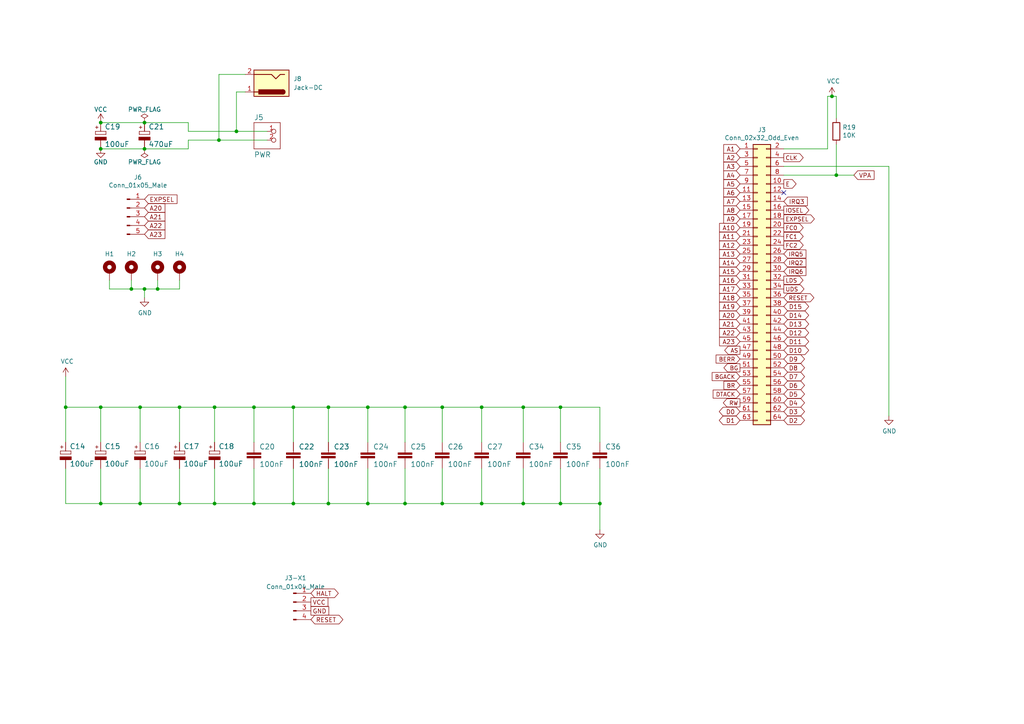
<source format=kicad_sch>
(kicad_sch (version 20231120) (generator "eeschema") (generator_version "8.0")
  (paper "A4")
  (title_block (title "ROSCO_M68K CLASSIC MC68030 EDITION") (date "2024-03-17") (rev "2.10") (company "The Really Old-School Company Limited") (comment 1 "OSHWA UK000006 (https://certification.oshwa.org/uk000006.html)") (comment 2 "See https://github.com/roscopeco/rosco_m68k/blob/master/LICENCE.hardware.txt") (comment 3 "Open Source Hardware licenced under CERN Open Hardware Licence") (comment 4 "Copyright 2019-2024 Ross Bamford and Contributors"))
  (lib_symbols
    (symbol "Connector:Conn_01x04_Pin" (pin_names (offset 1.016) hide)
      (property "Reference" "J" (at 0 5.08 0))
      (property "Value" "Conn_01x04_Pin" (at 0 -7.62 0))
      (symbol "Conn_01x04_Pin_1_1"
        (polyline (pts (xy 1.27 -5.08) (xy 0.8636 -5.08)) (stroke (width 0.1524)))
        (polyline (pts (xy 1.27 -2.54) (xy 0.8636 -2.54)) (stroke (width 0.1524)))
        (polyline (pts (xy 1.27 0) (xy 0.8636 0)) (stroke (width 0.1524)))
        (polyline (pts (xy 1.27 2.54) (xy 0.8636 2.54)) (stroke (width 0.1524)))
        (rectangle (start 0.8636 -4.953) (end 0 -5.207) (stroke (width 0.1524)) (fill (type outline)))
        (rectangle (start 0.8636 -2.413) (end 0 -2.667) (stroke (width 0.1524)) (fill (type outline)))
        (rectangle (start 0.8636 0.127) (end 0 -0.127) (stroke (width 0.1524)) (fill (type outline)))
        (rectangle (start 0.8636 2.667) (end 0 2.413) (stroke (width 0.1524)) (fill (type outline)))
        (pin passive line (at 5.08 2.54 180) (length 3.81) (name "Pin_1") (number "1"))
        (pin passive line (at 5.08 0 180) (length 3.81) (name "Pin_2") (number "2"))
        (pin passive line (at 5.08 -2.54 180) (length 3.81) (name "Pin_3") (number "3"))
        (pin passive line (at 5.08 -5.08 180) (length 3.81) (name "Pin_4") (number "4"))
      )
    )
    (symbol "Connector:Conn_01x05_Pin" (pin_names (offset 1.016) hide)
      (property "Reference" "J" (at 0 7.62 0))
      (property "Value" "Conn_01x05_Pin" (at 0 -7.62 0))
      (symbol "Conn_01x05_Pin_1_1"
        (polyline (pts (xy 1.27 -5.08) (xy 0.8636 -5.08)) (stroke (width 0.1524)))
        (polyline (pts (xy 1.27 -2.54) (xy 0.8636 -2.54)) (stroke (width 0.1524)))
        (polyline (pts (xy 1.27 0) (xy 0.8636 0)) (stroke (width 0.1524)))
        (polyline (pts (xy 1.27 2.54) (xy 0.8636 2.54)) (stroke (width 0.1524)))
        (polyline (pts (xy 1.27 5.08) (xy 0.8636 5.08)) (stroke (width 0.1524)))
        (rectangle (start 0.8636 -4.953) (end 0 -5.207) (stroke (width 0.1524)) (fill (type outline)))
        (rectangle (start 0.8636 -2.413) (end 0 -2.667) (stroke (width 0.1524)) (fill (type outline)))
        (rectangle (start 0.8636 0.127) (end 0 -0.127) (stroke (width 0.1524)) (fill (type outline)))
        (rectangle (start 0.8636 2.667) (end 0 2.413) (stroke (width 0.1524)) (fill (type outline)))
        (rectangle (start 0.8636 5.207) (end 0 4.953) (stroke (width 0.1524)) (fill (type outline)))
        (pin passive line (at 5.08 5.08 180) (length 3.81) (name "Pin_1") (number "1"))
        (pin passive line (at 5.08 2.54 180) (length 3.81) (name "Pin_2") (number "2"))
        (pin passive line (at 5.08 0 180) (length 3.81) (name "Pin_3") (number "3"))
        (pin passive line (at 5.08 -2.54 180) (length 3.81) (name "Pin_4") (number "4"))
        (pin passive line (at 5.08 -5.08 180) (length 3.81) (name "Pin_5") (number "5"))
      )
    )
    (symbol "Connector:Jack-DC" (pin_names (offset 1.016))
      (property "Reference" "J" (at 0 5.334 0))
      (property "Value" "Jack-DC" (at 0 -5.08 0))
      (symbol "Jack-DC_0_1"
        (rectangle (start -5.08 3.81) (end 5.08 -3.81) (stroke (width 0.254)) (fill (type background)))
        (arc (start -3.302 3.175) (mid -3.9343 2.54) (end -3.302 1.905) (stroke (width 0.254)))
        (arc (start -3.302 3.175) (mid -3.9343 2.54) (end -3.302 1.905) (stroke (width 0.254)) (fill (type outline)))
        (polyline (pts (xy 5.08 2.54) (xy 3.81 2.54)) (stroke (width 0.254)))
        (polyline (pts (xy -3.81 -2.54) (xy -2.54 -2.54) (xy -1.27 -1.27) (xy 0 -2.54) (xy 2.54 -2.54) (xy 5.08 -2.54)) (stroke (width 0.254)))
        (rectangle (start 3.683 3.175) (end -3.302 1.905) (stroke (width 0.254)) (fill (type outline)))
      )
      (symbol "Jack-DC_1_1"
        (pin passive line (at 7.62 2.54 180) (length 2.54) (name "~") (number "1"))
        (pin passive line (at 7.62 -2.54 180) (length 2.54) (name "~") (number "2"))
      )
    )
    (symbol "Connector_Generic:Conn_02x32_Odd_Even" (pin_names (offset 1.016) hide)
      (property "Reference" "J" (at 1.27 40.64 0))
      (property "Value" "Conn_02x32_Odd_Even" (at 1.27 -43.18 0))
      (symbol "Conn_02x32_Odd_Even_1_1"
        (rectangle (start -1.27 -40.513) (end 0 -40.767) (stroke (width 0.1524)))
        (rectangle (start -1.27 -37.973) (end 0 -38.227) (stroke (width 0.1524)))
        (rectangle (start -1.27 -35.433) (end 0 -35.687) (stroke (width 0.1524)))
        (rectangle (start -1.27 -32.893) (end 0 -33.147) (stroke (width 0.1524)))
        (rectangle (start -1.27 -30.353) (end 0 -30.607) (stroke (width 0.1524)))
        (rectangle (start -1.27 -27.813) (end 0 -28.067) (stroke (width 0.1524)))
        (rectangle (start -1.27 -25.273) (end 0 -25.527) (stroke (width 0.1524)))
        (rectangle (start -1.27 -22.733) (end 0 -22.987) (stroke (width 0.1524)))
        (rectangle (start -1.27 -20.193) (end 0 -20.447) (stroke (width 0.1524)))
        (rectangle (start -1.27 -17.653) (end 0 -17.907) (stroke (width 0.1524)))
        (rectangle (start -1.27 -15.113) (end 0 -15.367) (stroke (width 0.1524)))
        (rectangle (start -1.27 -12.573) (end 0 -12.827) (stroke (width 0.1524)))
        (rectangle (start -1.27 -10.033) (end 0 -10.287) (stroke (width 0.1524)))
        (rectangle (start -1.27 -7.493) (end 0 -7.747) (stroke (width 0.1524)))
        (rectangle (start -1.27 -4.953) (end 0 -5.207) (stroke (width 0.1524)))
        (rectangle (start -1.27 -2.413) (end 0 -2.667) (stroke (width 0.1524)))
        (rectangle (start -1.27 0.127) (end 0 -0.127) (stroke (width 0.1524)))
        (rectangle (start -1.27 2.667) (end 0 2.413) (stroke (width 0.1524)))
        (rectangle (start -1.27 5.207) (end 0 4.953) (stroke (width 0.1524)))
        (rectangle (start -1.27 7.747) (end 0 7.493) (stroke (width 0.1524)))
        (rectangle (start -1.27 10.287) (end 0 10.033) (stroke (width 0.1524)))
        (rectangle (start -1.27 12.827) (end 0 12.573) (stroke (width 0.1524)))
        (rectangle (start -1.27 15.367) (end 0 15.113) (stroke (width 0.1524)))
        (rectangle (start -1.27 17.907) (end 0 17.653) (stroke (width 0.1524)))
        (rectangle (start -1.27 20.447) (end 0 20.193) (stroke (width 0.1524)))
        (rectangle (start -1.27 22.987) (end 0 22.733) (stroke (width 0.1524)))
        (rectangle (start -1.27 25.527) (end 0 25.273) (stroke (width 0.1524)))
        (rectangle (start -1.27 28.067) (end 0 27.813) (stroke (width 0.1524)))
        (rectangle (start -1.27 30.607) (end 0 30.353) (stroke (width 0.1524)))
        (rectangle (start -1.27 33.147) (end 0 32.893) (stroke (width 0.1524)))
        (rectangle (start -1.27 35.687) (end 0 35.433) (stroke (width 0.1524)))
        (rectangle (start -1.27 38.227) (end 0 37.973) (stroke (width 0.1524)))
        (rectangle (start -1.27 39.37) (end 3.81 -41.91) (stroke (width 0.254)) (fill (type background)))
        (rectangle (start 3.81 -40.513) (end 2.54 -40.767) (stroke (width 0.1524)))
        (rectangle (start 3.81 -37.973) (end 2.54 -38.227) (stroke (width 0.1524)))
        (rectangle (start 3.81 -35.433) (end 2.54 -35.687) (stroke (width 0.1524)))
        (rectangle (start 3.81 -32.893) (end 2.54 -33.147) (stroke (width 0.1524)))
        (rectangle (start 3.81 -30.353) (end 2.54 -30.607) (stroke (width 0.1524)))
        (rectangle (start 3.81 -27.813) (end 2.54 -28.067) (stroke (width 0.1524)))
        (rectangle (start 3.81 -25.273) (end 2.54 -25.527) (stroke (width 0.1524)))
        (rectangle (start 3.81 -22.733) (end 2.54 -22.987) (stroke (width 0.1524)))
        (rectangle (start 3.81 -20.193) (end 2.54 -20.447) (stroke (width 0.1524)))
        (rectangle (start 3.81 -17.653) (end 2.54 -17.907) (stroke (width 0.1524)))
        (rectangle (start 3.81 -15.113) (end 2.54 -15.367) (stroke (width 0.1524)))
        (rectangle (start 3.81 -12.573) (end 2.54 -12.827) (stroke (width 0.1524)))
        (rectangle (start 3.81 -10.033) (end 2.54 -10.287) (stroke (width 0.1524)))
        (rectangle (start 3.81 -7.493) (end 2.54 -7.747) (stroke (width 0.1524)))
        (rectangle (start 3.81 -4.953) (end 2.54 -5.207) (stroke (width 0.1524)))
        (rectangle (start 3.81 -2.413) (end 2.54 -2.667) (stroke (width 0.1524)))
        (rectangle (start 3.81 0.127) (end 2.54 -0.127) (stroke (width 0.1524)))
        (rectangle (start 3.81 2.667) (end 2.54 2.413) (stroke (width 0.1524)))
        (rectangle (start 3.81 5.207) (end 2.54 4.953) (stroke (width 0.1524)))
        (rectangle (start 3.81 7.747) (end 2.54 7.493) (stroke (width 0.1524)))
        (rectangle (start 3.81 10.287) (end 2.54 10.033) (stroke (width 0.1524)))
        (rectangle (start 3.81 12.827) (end 2.54 12.573) (stroke (width 0.1524)))
        (rectangle (start 3.81 15.367) (end 2.54 15.113) (stroke (width 0.1524)))
        (rectangle (start 3.81 17.907) (end 2.54 17.653) (stroke (width 0.1524)))
        (rectangle (start 3.81 20.447) (end 2.54 20.193) (stroke (width 0.1524)))
        (rectangle (start 3.81 22.987) (end 2.54 22.733) (stroke (width 0.1524)))
        (rectangle (start 3.81 25.527) (end 2.54 25.273) (stroke (width 0.1524)))
        (rectangle (start 3.81 28.067) (end 2.54 27.813) (stroke (width 0.1524)))
        (rectangle (start 3.81 30.607) (end 2.54 30.353) (stroke (width 0.1524)))
        (rectangle (start 3.81 33.147) (end 2.54 32.893) (stroke (width 0.1524)))
        (rectangle (start 3.81 35.687) (end 2.54 35.433) (stroke (width 0.1524)))
        (rectangle (start 3.81 38.227) (end 2.54 37.973) (stroke (width 0.1524)))
        (pin passive line (at -5.08 38.1 0) (length 3.81) (name "Pin_1") (number "1"))
        (pin passive line (at 7.62 27.94 180) (length 3.81) (name "Pin_10") (number "10"))
        (pin passive line (at -5.08 25.4 0) (length 3.81) (name "Pin_11") (number "11"))
        (pin passive line (at 7.62 25.4 180) (length 3.81) (name "Pin_12") (number "12"))
        (pin passive line (at -5.08 22.86 0) (length 3.81) (name "Pin_13") (number "13"))
        (pin passive line (at 7.62 22.86 180) (length 3.81) (name "Pin_14") (number "14"))
        (pin passive line (at -5.08 20.32 0) (length 3.81) (name "Pin_15") (number "15"))
        (pin passive line (at 7.62 20.32 180) (length 3.81) (name "Pin_16") (number "16"))
        (pin passive line (at -5.08 17.78 0) (length 3.81) (name "Pin_17") (number "17"))
        (pin passive line (at 7.62 17.78 180) (length 3.81) (name "Pin_18") (number "18"))
        (pin passive line (at -5.08 15.24 0) (length 3.81) (name "Pin_19") (number "19"))
        (pin passive line (at 7.62 38.1 180) (length 3.81) (name "Pin_2") (number "2"))
        (pin passive line (at 7.62 15.24 180) (length 3.81) (name "Pin_20") (number "20"))
        (pin passive line (at -5.08 12.7 0) (length 3.81) (name "Pin_21") (number "21"))
        (pin passive line (at 7.62 12.7 180) (length 3.81) (name "Pin_22") (number "22"))
        (pin passive line (at -5.08 10.16 0) (length 3.81) (name "Pin_23") (number "23"))
        (pin passive line (at 7.62 10.16 180) (length 3.81) (name "Pin_24") (number "24"))
        (pin passive line (at -5.08 7.62 0) (length 3.81) (name "Pin_25") (number "25"))
        (pin passive line (at 7.62 7.62 180) (length 3.81) (name "Pin_26") (number "26"))
        (pin passive line (at -5.08 5.08 0) (length 3.81) (name "Pin_27") (number "27"))
        (pin passive line (at 7.62 5.08 180) (length 3.81) (name "Pin_28") (number "28"))
        (pin passive line (at -5.08 2.54 0) (length 3.81) (name "Pin_29") (number "29"))
        (pin passive line (at -5.08 35.56 0) (length 3.81) (name "Pin_3") (number "3"))
        (pin passive line (at 7.62 2.54 180) (length 3.81) (name "Pin_30") (number "30"))
        (pin passive line (at -5.08 0 0) (length 3.81) (name "Pin_31") (number "31"))
        (pin passive line (at 7.62 0 180) (length 3.81) (name "Pin_32") (number "32"))
        (pin passive line (at -5.08 -2.54 0) (length 3.81) (name "Pin_33") (number "33"))
        (pin passive line (at 7.62 -2.54 180) (length 3.81) (name "Pin_34") (number "34"))
        (pin passive line (at -5.08 -5.08 0) (length 3.81) (name "Pin_35") (number "35"))
        (pin passive line (at 7.62 -5.08 180) (length 3.81) (name "Pin_36") (number "36"))
        (pin passive line (at -5.08 -7.62 0) (length 3.81) (name "Pin_37") (number "37"))
        (pin passive line (at 7.62 -7.62 180) (length 3.81) (name "Pin_38") (number "38"))
        (pin passive line (at -5.08 -10.16 0) (length 3.81) (name "Pin_39") (number "39"))
        (pin passive line (at 7.62 35.56 180) (length 3.81) (name "Pin_4") (number "4"))
        (pin passive line (at 7.62 -10.16 180) (length 3.81) (name "Pin_40") (number "40"))
        (pin passive line (at -5.08 -12.7 0) (length 3.81) (name "Pin_41") (number "41"))
        (pin passive line (at 7.62 -12.7 180) (length 3.81) (name "Pin_42") (number "42"))
        (pin passive line (at -5.08 -15.24 0) (length 3.81) (name "Pin_43") (number "43"))
        (pin passive line (at 7.62 -15.24 180) (length 3.81) (name "Pin_44") (number "44"))
        (pin passive line (at -5.08 -17.78 0) (length 3.81) (name "Pin_45") (number "45"))
        (pin passive line (at 7.62 -17.78 180) (length 3.81) (name "Pin_46") (number "46"))
        (pin passive line (at -5.08 -20.32 0) (length 3.81) (name "Pin_47") (number "47"))
        (pin passive line (at 7.62 -20.32 180) (length 3.81) (name "Pin_48") (number "48"))
        (pin passive line (at -5.08 -22.86 0) (length 3.81) (name "Pin_49") (number "49"))
        (pin passive line (at -5.08 33.02 0) (length 3.81) (name "Pin_5") (number "5"))
        (pin passive line (at 7.62 -22.86 180) (length 3.81) (name "Pin_50") (number "50"))
        (pin passive line (at -5.08 -25.4 0) (length 3.81) (name "Pin_51") (number "51"))
        (pin passive line (at 7.62 -25.4 180) (length 3.81) (name "Pin_52") (number "52"))
        (pin passive line (at -5.08 -27.94 0) (length 3.81) (name "Pin_53") (number "53"))
        (pin passive line (at 7.62 -27.94 180) (length 3.81) (name "Pin_54") (number "54"))
        (pin passive line (at -5.08 -30.48 0) (length 3.81) (name "Pin_55") (number "55"))
        (pin passive line (at 7.62 -30.48 180) (length 3.81) (name "Pin_56") (number "56"))
        (pin passive line (at -5.08 -33.02 0) (length 3.81) (name "Pin_57") (number "57"))
        (pin passive line (at 7.62 -33.02 180) (length 3.81) (name "Pin_58") (number "58"))
        (pin passive line (at -5.08 -35.56 0) (length 3.81) (name "Pin_59") (number "59"))
        (pin passive line (at 7.62 33.02 180) (length 3.81) (name "Pin_6") (number "6"))
        (pin passive line (at 7.62 -35.56 180) (length 3.81) (name "Pin_60") (number "60"))
        (pin passive line (at -5.08 -38.1 0) (length 3.81) (name "Pin_61") (number "61"))
        (pin passive line (at 7.62 -38.1 180) (length 3.81) (name "Pin_62") (number "62"))
        (pin passive line (at -5.08 -40.64 0) (length 3.81) (name "Pin_63") (number "63"))
        (pin passive line (at 7.62 -40.64 180) (length 3.81) (name "Pin_64") (number "64"))
        (pin passive line (at -5.08 30.48 0) (length 3.81) (name "Pin_7") (number "7"))
        (pin passive line (at 7.62 30.48 180) (length 3.81) (name "Pin_8") (number "8"))
        (pin passive line (at -5.08 27.94 0) (length 3.81) (name "Pin_9") (number "9"))
      )
    )
    (symbol "Device:R" (pin_numbers hide) (pin_names (offset 0))
      (property "Reference" "R" (at 2.032 0 90))
      (property "Value" "R" (at 0 0 90))
      (symbol "R_0_1"
        (rectangle (start -1.016 -2.54) (end 1.016 2.54) (stroke (width 0.254)))
      )
      (symbol "R_1_1"
        (pin passive line (at 0 3.81 270) (length 1.27) (name "~") (number "1"))
        (pin passive line (at 0 -3.81 90) (length 1.27) (name "~") (number "2"))
      )
    )
    (symbol "Mechanical:MountingHole_Pad" (pin_numbers hide) (pin_names (offset 1.016) hide)
      (property "Reference" "H" (at 0 6.35 0))
      (property "Value" "MountingHole_Pad" (at 0 4.445 0))
      (symbol "MountingHole_Pad_0_1"
        (circle (center 0 1.27) (radius 1.27) (stroke (width 1.27)))
      )
      (symbol "MountingHole_Pad_1_1"
        (pin input line (at 0 -2.54 90) (length 2.54) (name "1") (number "1"))
      )
    )
    (symbol "power:GND" (power) (pin_names (offset 0))
      (property "Value" "GND" (at 0 -3.81 0))
      (symbol "GND_0_1"
        (polyline (pts (xy 0 0) (xy 0 -1.27) (xy 1.27 -1.27) (xy 0 -2.54) (xy -1.27 -1.27) (xy 0 -1.27)))
      )
      (symbol "GND_1_1"
        (pin power_in line (at 0 0 270) (length 0) hide (name "GND") (number "1"))
      )
    )
    (symbol "power:PWR_FLAG" (power) (pin_numbers hide) (pin_names (offset 0) hide)
      (property "Value" "PWR_FLAG" (at 0 3.81 0))
      (symbol "PWR_FLAG_0_0"
        (pin power_out line (at 0 0 90) (length 0) (name "pwr") (number "1"))
      )
      (symbol "PWR_FLAG_0_1"
        (polyline (pts (xy 0 0) (xy 0 1.27) (xy -1.016 1.905) (xy 0 2.54) (xy 1.016 1.905) (xy 0 1.27)))
      )
    )
    (symbol "power:VCC" (power) (pin_names (offset 0))
      (property "Value" "VCC" (at 0 3.81 0))
      (symbol "VCC_0_1"
        (polyline (pts (xy -0.762 1.27) (xy 0 2.54)))
        (polyline (pts (xy 0 0) (xy 0 2.54)))
        (polyline (pts (xy 0 2.54) (xy 0.762 1.27)))
      )
      (symbol "VCC_1_1"
        (pin power_in line (at 0 0 90) (length 0) hide (name "VCC") (number "1"))
      )
    )
    (symbol "rosco_m68k-eagle-import:C2,5-3" (pin_names (offset 1.016))
      (property "Reference" "C" (at 1.524 0.381 0))
      (property "Value" "C2,5-3" (at 1.524 -4.699 0))
      (symbol "C2,5-3_1_0"
        (rectangle (start -2.032 -2.032) (end 2.032 -1.524) (fill (type outline)))
        (rectangle (start -2.032 -1.016) (end 2.032 -0.508) (fill (type outline)))
        (polyline (pts (xy 0 -2.54) (xy 0 -2.032)))
        (polyline (pts (xy 0 0) (xy 0 -0.508)))
        (pin passive line (at 0 2.54 270) (length 2.54) (name "1") (number "1"))
        (pin passive line (at 0 -5.08 90) (length 2.54) (name "2") (number "2"))
      )
    )
    (symbol "rosco_m68k-eagle-import:CPOL-EUE2.5-5" (pin_names (offset 1.016))
      (property "Reference" "C" (at 1.143 0.4826 0))
      (property "Value" "CPOL-EUE2.5-5" (at 1.143 -4.5974 0))
      (symbol "CPOL-EUE2.5-5_1_0"
        (rectangle (start -1.651 -2.54) (end 1.651 -1.651) (fill (type outline)))
        (polyline (pts (xy -1.524 -0.889) (xy 1.524 -0.889)))
        (polyline (pts (xy -1.524 0) (xy -1.524 -0.889)))
        (polyline (pts (xy -1.524 0) (xy 1.524 0)))
        (polyline (pts (xy 1.524 -0.889) (xy 1.524 0)))
        (text "+" (at -0.5842 0.4064 900) (effects (font (size 1.0668 1.0668)) (justify left bottom)))
        (pin passive line (at 0 2.54 270) (length 2.54) (name "+") (number "+"))
        (pin passive line (at 0 -5.08 90) (length 2.54) (name "-") (number "-"))
      )
    )
    (symbol "rosco_m68k-eagle-import:CPOL-EUE3.5-10" (pin_names (offset 1.016))
      (property "Reference" "C" (at 1.143 0.4826 0))
      (property "Value" "CPOL-EUE3.5-10" (at 1.143 -4.5974 0))
      (symbol "CPOL-EUE3.5-10_1_0"
        (rectangle (start -1.651 -2.54) (end 1.651 -1.651) (fill (type outline)))
        (polyline (pts (xy -1.524 -0.889) (xy 1.524 -0.889)))
        (polyline (pts (xy -1.524 0) (xy -1.524 -0.889)))
        (polyline (pts (xy -1.524 0) (xy 1.524 0)))
        (polyline (pts (xy 1.524 -0.889) (xy 1.524 0)))
        (text "+" (at -0.5842 0.4064 900) (effects (font (size 1.0668 1.0668)) (justify left bottom)))
        (pin passive line (at 0 2.54 270) (length 2.54) (name "+") (number "+"))
        (pin passive line (at 0 -5.08 90) (length 2.54) (name "-") (number "-"))
      )
    )
    (symbol "rosco_m68k-eagle-import:PINHD-1X2" (pin_names (offset 1.016))
      (property "Reference" "JP" (at -6.35 5.715 0))
      (property "Value" "PINHD-1X2" (at -6.35 -5.08 0))
      (symbol "PINHD-1X2_1_0"
        (polyline (pts (xy -6.35 -2.54) (xy 1.27 -2.54)))
        (polyline (pts (xy -6.35 5.08) (xy -6.35 -2.54)))
        (polyline (pts (xy 1.27 -2.54) (xy 1.27 5.08)))
        (polyline (pts (xy 1.27 5.08) (xy -6.35 5.08)))
        (pin passive inverted (at -2.54 2.54 0) (length 2.54) (name "1") (number "1"))
        (pin passive inverted (at -2.54 0 0) (length 2.54) (name "2") (number "2"))
      )
    )
  )
  (junction (at 38.1 83.82))
  (junction (at 52.07 146.05))
  (junction (at 68.58 38.1))
  (junction (at 151.765 118.11))
  (junction (at 106.68 146.05))
  (junction (at 85.09 118.11))
  (junction (at 41.91 43.18))
  (junction (at 139.7 118.11))
  (junction (at 63.5 40.64))
  (junction (at 241.3 27.94))
  (junction (at 173.99 146.05))
  (junction (at 95.25 146.05))
  (junction (at 242.57 50.8))
  (junction (at 106.68 118.11))
  (junction (at 73.66 118.11))
  (junction (at 52.07 118.11))
  (junction (at 128.27 118.11))
  (junction (at 19.05 118.11))
  (junction (at 117.475 118.11))
  (junction (at 29.21 146.05))
  (junction (at 162.56 118.11))
  (junction (at 151.765 146.05))
  (junction (at 29.21 43.18))
  (junction (at 85.09 146.05))
  (junction (at 45.72 83.82))
  (junction (at 117.475 146.05))
  (junction (at 139.7 146.05))
  (junction (at 41.91 35.56))
  (junction (at 73.66 146.05))
  (junction (at 40.64 118.11))
  (junction (at 29.21 118.11))
  (junction (at 29.21 35.56))
  (junction (at 162.56 146.05))
  (junction (at 62.23 146.05))
  (junction (at 40.64 146.05))
  (junction (at 41.91 83.82))
  (junction (at 128.27 146.05))
  (junction (at 95.25 118.11))
  (junction (at 62.23 118.11))
  (no_connect (at 227.33 55.88))
  (wire (pts (xy 19.05 109.22) (xy 19.05 118.11)))
  (wire (pts (xy 52.07 135.89) (xy 52.07 146.05)))
  (wire (pts (xy 68.58 38.1) (xy 54.61 38.1)))
  (wire (pts (xy 68.58 26.67) (xy 68.58 38.1)))
  (wire (pts (xy 128.27 128.27) (xy 128.27 118.11)))
  (wire (pts (xy 71.12 21.59) (xy 63.5 21.59)))
  (wire (pts (xy 41.91 83.82) (xy 41.91 86.36)))
  (wire (pts (xy 52.07 128.27) (xy 52.07 118.11)))
  (wire (pts (xy 173.99 135.89) (xy 173.99 146.05)))
  (wire (pts (xy 139.7 118.11) (xy 128.27 118.11)))
  (wire (pts (xy 117.475 135.89) (xy 117.475 146.05)))
  (wire (pts (xy 31.75 83.82) (xy 38.1 83.82)))
  (wire (pts (xy 73.66 118.11) (xy 73.66 128.27)))
  (wire (pts (xy 242.57 50.8) (xy 247.65 50.8)))
  (wire (pts (xy 162.56 118.11) (xy 173.99 118.11)))
  (wire (pts (xy 117.475 118.11) (xy 117.475 128.27)))
  (wire (pts (xy 19.05 146.05) (xy 29.21 146.05)))
  (wire (pts (xy 106.68 135.89) (xy 106.68 146.05)))
  (wire (pts (xy 106.68 128.27) (xy 106.68 118.11)))
  (wire (pts (xy 85.09 146.05) (xy 95.25 146.05)))
  (wire (pts (xy 106.68 118.11) (xy 117.475 118.11)))
  (wire (pts (xy 85.09 118.11) (xy 85.09 128.27)))
  (wire (pts (xy 62.23 128.27) (xy 62.23 118.11)))
  (wire (pts (xy 95.25 146.05) (xy 106.68 146.05)))
  (wire (pts (xy 227.33 43.18) (xy 240.03 43.18)))
  (wire (pts (xy 139.7 135.89) (xy 139.7 146.05)))
  (wire (pts (xy 73.66 146.05) (xy 85.09 146.05)))
  (wire (pts (xy 240.03 27.94) (xy 240.03 43.18)))
  (wire (pts (xy 151.765 118.11) (xy 162.56 118.11)))
  (wire (pts (xy 40.64 146.05) (xy 52.07 146.05)))
  (wire (pts (xy 54.61 35.56) (xy 41.91 35.56)))
  (wire (pts (xy 227.33 50.8) (xy 242.57 50.8)))
  (wire (pts (xy 19.05 135.89) (xy 19.05 146.05)))
  (wire (pts (xy 139.7 118.11) (xy 151.765 118.11)))
  (wire (pts (xy 52.07 146.05) (xy 62.23 146.05)))
  (wire (pts (xy 41.91 35.56) (xy 29.21 35.56)))
  (wire (pts (xy 45.72 81.28) (xy 45.72 83.82)))
  (wire (pts (xy 77.47 38.1) (xy 68.58 38.1)))
  (wire (pts (xy 29.21 146.05) (xy 40.64 146.05)))
  (wire (pts (xy 151.765 135.89) (xy 151.765 146.05)))
  (wire (pts (xy 162.56 135.89) (xy 162.56 146.05)))
  (wire (pts (xy 128.27 146.05) (xy 139.7 146.05)))
  (wire (pts (xy 38.1 83.82) (xy 41.91 83.82)))
  (wire (pts (xy 52.07 118.11) (xy 40.64 118.11)))
  (wire (pts (xy 29.21 118.11) (xy 19.05 118.11)))
  (wire (pts (xy 40.64 118.11) (xy 29.21 118.11)))
  (wire (pts (xy 71.12 26.67) (xy 68.58 26.67)))
  (wire (pts (xy 257.81 48.26) (xy 257.81 120.65)))
  (wire (pts (xy 242.57 34.29) (xy 242.57 27.94)))
  (wire (pts (xy 173.99 128.27) (xy 173.99 118.11)))
  (wire (pts (xy 41.91 83.82) (xy 45.72 83.82)))
  (wire (pts (xy 242.57 27.94) (xy 241.3 27.94)))
  (wire (pts (xy 117.475 146.05) (xy 128.27 146.05)))
  (wire (pts (xy 40.64 135.89) (xy 40.64 146.05)))
  (wire (pts (xy 73.66 135.89) (xy 73.66 146.05)))
  (wire (pts (xy 241.3 27.94) (xy 240.03 27.94)))
  (wire (pts (xy 45.72 83.82) (xy 52.07 83.82)))
  (wire (pts (xy 19.05 118.11) (xy 19.05 128.27)))
  (wire (pts (xy 77.47 40.64) (xy 63.5 40.64)))
  (wire (pts (xy 62.23 146.05) (xy 73.66 146.05)))
  (wire (pts (xy 95.25 128.27) (xy 95.25 118.11)))
  (wire (pts (xy 106.68 146.05) (xy 117.475 146.05)))
  (wire (pts (xy 54.61 38.1) (xy 54.61 35.56)))
  (wire (pts (xy 242.57 41.91) (xy 242.57 50.8)))
  (wire (pts (xy 173.99 153.67) (xy 173.99 146.05)))
  (wire (pts (xy 62.23 118.11) (xy 52.07 118.11)))
  (wire (pts (xy 227.33 48.26) (xy 257.81 48.26)))
  (wire (pts (xy 162.56 146.05) (xy 173.99 146.05)))
  (wire (pts (xy 73.66 118.11) (xy 62.23 118.11)))
  (wire (pts (xy 151.765 146.05) (xy 162.56 146.05)))
  (wire (pts (xy 54.61 40.64) (xy 54.61 43.18)))
  (wire (pts (xy 151.765 118.11) (xy 151.765 128.27)))
  (wire (pts (xy 63.5 40.64) (xy 54.61 40.64)))
  (wire (pts (xy 106.68 118.11) (xy 95.25 118.11)))
  (wire (pts (xy 62.23 135.89) (xy 62.23 146.05)))
  (wire (pts (xy 117.475 118.11) (xy 128.27 118.11)))
  (wire (pts (xy 41.91 43.18) (xy 29.21 43.18)))
  (wire (pts (xy 54.61 43.18) (xy 41.91 43.18)))
  (wire (pts (xy 85.09 118.11) (xy 95.25 118.11)))
  (wire (pts (xy 85.09 135.89) (xy 85.09 146.05)))
  (wire (pts (xy 29.21 128.27) (xy 29.21 118.11)))
  (wire (pts (xy 40.64 128.27) (xy 40.64 118.11)))
  (wire (pts (xy 139.7 128.27) (xy 139.7 118.11)))
  (wire (pts (xy 139.7 146.05) (xy 151.765 146.05)))
  (wire (pts (xy 63.5 21.59) (xy 63.5 40.64)))
  (wire (pts (xy 38.1 81.28) (xy 38.1 83.82)))
  (wire (pts (xy 95.25 135.89) (xy 95.25 146.05)))
  (wire (pts (xy 29.21 135.89) (xy 29.21 146.05)))
  (wire (pts (xy 52.07 81.28) (xy 52.07 83.82)))
  (wire (pts (xy 128.27 135.89) (xy 128.27 146.05)))
  (wire (pts (xy 73.66 118.11) (xy 85.09 118.11)))
  (wire (pts (xy 31.75 81.28) (xy 31.75 83.82)))
  (wire (pts (xy 162.56 118.11) (xy 162.56 128.27)))
  (global_label "D9" (shape bidirectional) (at 227.33 104.14 0) (property "Intersheetrefs" "${INTERSHEET_REFS}" (effects (hide yes))))
  (global_label "A5" (shape input) (at 214.63 53.34 180) (property "Intersheetrefs" "${INTERSHEET_REFS}" (effects (hide yes))))
  (global_label "IRQ3" (shape input) (at 227.33 58.42 0) (property "Intersheetrefs" "${INTERSHEET_REFS}" (effects (hide yes))))
  (global_label "D0" (shape bidirectional) (at 214.63 119.38 180) (property "Intersheetrefs" "${INTERSHEET_REFS}" (effects (hide yes))))
  (global_label "A11" (shape input) (at 214.63 68.58 180) (property "Intersheetrefs" "${INTERSHEET_REFS}" (effects (hide yes))))
  (global_label "A6" (shape input) (at 214.63 55.88 180) (property "Intersheetrefs" "${INTERSHEET_REFS}" (effects (hide yes))))
  (global_label "A19" (shape input) (at 214.63 88.9 180) (property "Intersheetrefs" "${INTERSHEET_REFS}" (effects (hide yes))))
  (global_label "D7" (shape bidirectional) (at 227.33 109.22 0) (property "Intersheetrefs" "${INTERSHEET_REFS}" (effects (hide yes))))
  (global_label "FC0" (shape output) (at 227.33 66.04 0) (effects (font (size 1.1938 1.1938))) (property "Intersheetrefs" "${INTERSHEET_REFS}" (effects (hide yes))))
  (global_label "A15" (shape input) (at 214.63 78.74 180) (property "Intersheetrefs" "${INTERSHEET_REFS}" (effects (hide yes))))
  (global_label "A18" (shape input) (at 214.63 86.36 180) (property "Intersheetrefs" "${INTERSHEET_REFS}" (effects (hide yes))))
  (global_label "A9" (shape input) (at 214.63 63.5 180) (property "Intersheetrefs" "${INTERSHEET_REFS}" (effects (hide yes))))
  (global_label "D4" (shape bidirectional) (at 227.33 116.84 0) (property "Intersheetrefs" "${INTERSHEET_REFS}" (effects (hide yes))))
  (global_label "AS" (shape output) (at 214.63 101.6 180) (effects (font (size 1.1938 1.1938))) (property "Intersheetrefs" "${INTERSHEET_REFS}" (effects (hide yes))))
  (global_label "A21" (shape input) (at 41.91 62.865 0) (property "Intersheetrefs" "${INTERSHEET_REFS}" (effects (hide yes))))
  (global_label "BR" (shape input) (at 214.63 111.76 180) (effects (font (size 1.1938 1.1938))) (property "Intersheetrefs" "${INTERSHEET_REFS}" (effects (hide yes))))
  (global_label "A21" (shape input) (at 214.63 93.98 180) (property "Intersheetrefs" "${INTERSHEET_REFS}" (effects (hide yes))))
  (global_label "IOSEL" (shape output) (at 227.33 60.96 0) (effects (font (size 1.1938 1.1938))) (property "Intersheetrefs" "${INTERSHEET_REFS}" (effects (hide yes))))
  (global_label "A8" (shape input) (at 214.63 60.96 180) (property "Intersheetrefs" "${INTERSHEET_REFS}" (effects (hide yes))))
  (global_label "EXPSEL" (shape input) (at 41.91 57.785 0) (property "Intersheetrefs" "${INTERSHEET_REFS}" (effects (hide yes))))
  (global_label "E" (shape output) (at 227.33 53.34 0) (property "Intersheetrefs" "${INTERSHEET_REFS}" (effects (hide yes))))
  (global_label "A2" (shape input) (at 214.63 45.72 180) (property "Intersheetrefs" "${INTERSHEET_REFS}" (effects (hide yes))))
  (global_label "D2" (shape bidirectional) (at 227.33 121.92 0) (property "Intersheetrefs" "${INTERSHEET_REFS}" (effects (hide yes))))
  (global_label "A14" (shape input) (at 214.63 76.2 180) (property "Intersheetrefs" "${INTERSHEET_REFS}" (effects (hide yes))))
  (global_label "RESET" (shape bidirectional) (at 90.17 179.705 0) (property "Intersheetrefs" "${INTERSHEET_REFS}" (effects (hide yes))))
  (global_label "IRQ5" (shape input) (at 227.33 73.66 0) (effects (font (size 1.1938 1.1938))) (property "Intersheetrefs" "${INTERSHEET_REFS}" (effects (hide yes))))
  (global_label "GND" (shape passive) (at 90.17 177.165 0) (property "Intersheetrefs" "${INTERSHEET_REFS}" (effects (hide yes))))
  (global_label "BGACK" (shape input) (at 214.63 109.22 180) (effects (font (size 1.1938 1.1938))) (property "Intersheetrefs" "${INTERSHEET_REFS}" (effects (hide yes))))
  (global_label "FC1" (shape output) (at 227.33 68.58 0) (effects (font (size 1.1938 1.1938))) (property "Intersheetrefs" "${INTERSHEET_REFS}" (effects (hide yes))))
  (global_label "D12" (shape bidirectional) (at 227.33 96.52 0) (property "Intersheetrefs" "${INTERSHEET_REFS}" (effects (hide yes))))
  (global_label "RW" (shape output) (at 214.63 116.84 180) (effects (font (size 1.1938 1.1938))) (property "Intersheetrefs" "${INTERSHEET_REFS}" (effects (hide yes))))
  (global_label "A17" (shape input) (at 214.63 83.82 180) (property "Intersheetrefs" "${INTERSHEET_REFS}" (effects (hide yes))))
  (global_label "A20" (shape input) (at 214.63 91.44 180) (property "Intersheetrefs" "${INTERSHEET_REFS}" (effects (hide yes))))
  (global_label "A20" (shape input) (at 41.91 60.325 0) (property "Intersheetrefs" "${INTERSHEET_REFS}" (effects (hide yes))))
  (global_label "EXPSEL" (shape output) (at 227.33 63.5 0) (effects (font (size 1.1938 1.1938))) (property "Intersheetrefs" "${INTERSHEET_REFS}" (effects (hide yes))))
  (global_label "FC2" (shape output) (at 227.33 71.12 0) (effects (font (size 1.1938 1.1938))) (property "Intersheetrefs" "${INTERSHEET_REFS}" (effects (hide yes))))
  (global_label "D10" (shape bidirectional) (at 227.33 101.6 0) (property "Intersheetrefs" "${INTERSHEET_REFS}" (effects (hide yes))))
  (global_label "BG" (shape output) (at 214.63 106.68 180) (effects (font (size 1.1938 1.1938))) (property "Intersheetrefs" "${INTERSHEET_REFS}" (effects (hide yes))))
  (global_label "CLK" (shape output) (at 227.33 45.72 0) (effects (font (size 1.1938 1.1938))) (property "Intersheetrefs" "${INTERSHEET_REFS}" (effects (hide yes))))
  (global_label "D8" (shape bidirectional) (at 227.33 106.68 0) (property "Intersheetrefs" "${INTERSHEET_REFS}" (effects (hide yes))))
  (global_label "D3" (shape bidirectional) (at 227.33 119.38 0) (property "Intersheetrefs" "${INTERSHEET_REFS}" (effects (hide yes))))
  (global_label "A4" (shape input) (at 214.63 50.8 180) (property "Intersheetrefs" "${INTERSHEET_REFS}" (effects (hide yes))))
  (global_label "D11" (shape bidirectional) (at 227.33 99.06 0) (property "Intersheetrefs" "${INTERSHEET_REFS}" (effects (hide yes))))
  (global_label "A13" (shape input) (at 214.63 73.66 180) (property "Intersheetrefs" "${INTERSHEET_REFS}" (effects (hide yes))))
  (global_label "IRQ6" (shape input) (at 227.33 78.74 0) (effects (font (size 1.1938 1.1938))) (property "Intersheetrefs" "${INTERSHEET_REFS}" (effects (hide yes))))
  (global_label "A22" (shape input) (at 41.91 65.405 0) (property "Intersheetrefs" "${INTERSHEET_REFS}" (effects (hide yes))))
  (global_label "D13" (shape bidirectional) (at 227.33 93.98 0) (property "Intersheetrefs" "${INTERSHEET_REFS}" (effects (hide yes))))
  (global_label "A22" (shape input) (at 214.63 96.52 180) (property "Intersheetrefs" "${INTERSHEET_REFS}" (effects (hide yes))))
  (global_label "A10" (shape input) (at 214.63 66.04 180) (property "Intersheetrefs" "${INTERSHEET_REFS}" (effects (hide yes))))
  (global_label "A7" (shape input) (at 214.63 58.42 180) (property "Intersheetrefs" "${INTERSHEET_REFS}" (effects (hide yes))))
  (global_label "LDS" (shape output) (at 227.33 81.28 0) (effects (font (size 1.1938 1.1938))) (property "Intersheetrefs" "${INTERSHEET_REFS}" (effects (hide yes))))
  (global_label "D5" (shape bidirectional) (at 227.33 114.3 0) (property "Intersheetrefs" "${INTERSHEET_REFS}" (effects (hide yes))))
  (global_label "VCC" (shape passive) (at 90.17 174.625 0) (property "Intersheetrefs" "${INTERSHEET_REFS}" (effects (hide yes))))
  (global_label "A1" (shape input) (at 214.63 43.18 180) (property "Intersheetrefs" "${INTERSHEET_REFS}" (effects (hide yes))))
  (global_label "IRQ2" (shape input) (at 227.33 76.2 0) (effects (font (size 1.1938 1.1938))) (property "Intersheetrefs" "${INTERSHEET_REFS}" (effects (hide yes))))
  (global_label "HALT" (shape bidirectional) (at 90.17 172.085 0) (property "Intersheetrefs" "${INTERSHEET_REFS}" (effects (hide yes))))
  (global_label "D1" (shape bidirectional) (at 214.63 121.92 180) (property "Intersheetrefs" "${INTERSHEET_REFS}" (effects (hide yes))))
  (global_label "A23" (shape input) (at 214.63 99.06 180) (property "Intersheetrefs" "${INTERSHEET_REFS}" (effects (hide yes))))
  (global_label "D14" (shape bidirectional) (at 227.33 91.44 0) (property "Intersheetrefs" "${INTERSHEET_REFS}" (effects (hide yes))))
  (global_label "BERR" (shape input) (at 214.63 104.14 180) (effects (font (size 1.1938 1.1938))) (property "Intersheetrefs" "${INTERSHEET_REFS}" (effects (hide yes))))
  (global_label "A12" (shape input) (at 214.63 71.12 180) (property "Intersheetrefs" "${INTERSHEET_REFS}" (effects (hide yes))))
  (global_label "RESET" (shape bidirectional) (at 227.33 86.36 0) (effects (font (size 1.1938 1.1938))) (property "Intersheetrefs" "${INTERSHEET_REFS}" (effects (hide yes))))
  (global_label "VPA" (shape input) (at 247.65 50.8 0) (property "Intersheetrefs" "${INTERSHEET_REFS}" (effects (hide yes))))
  (global_label "A23" (shape input) (at 41.91 67.945 0) (property "Intersheetrefs" "${INTERSHEET_REFS}" (effects (hide yes))))
  (global_label "D6" (shape bidirectional) (at 227.33 111.76 0) (property "Intersheetrefs" "${INTERSHEET_REFS}" (effects (hide yes))))
  (global_label "A16" (shape input) (at 214.63 81.28 180) (property "Intersheetrefs" "${INTERSHEET_REFS}" (effects (hide yes))))
  (global_label "UDS" (shape output) (at 227.33 83.82 0) (effects (font (size 1.1938 1.1938))) (property "Intersheetrefs" "${INTERSHEET_REFS}" (effects (hide yes))))
  (global_label "DTACK" (shape input) (at 214.63 114.3 180) (effects (font (size 1.1938 1.1938))) (property "Intersheetrefs" "${INTERSHEET_REFS}" (effects (hide yes))))
  (global_label "A3" (shape input) (at 214.63 48.26 180) (property "Intersheetrefs" "${INTERSHEET_REFS}" (effects (hide yes))))
  (global_label "D15" (shape bidirectional) (at 227.33 88.9 0) (property "Intersheetrefs" "${INTERSHEET_REFS}" (effects (hide yes))))
  (symbol (lib_id "Connector_Generic:Conn_02x32_Odd_Even") (at 219.71 81.28 0) (unit 1)
    (property "Reference" "J3" (at 220.98 37.6682 0))
    (property "Value" "Conn_02x32_Odd_Even" (at 220.98 39.9796 0))
    (property "Footprint" "Connector_PinHeader_2.54mm:PinHeader_2x32_P2.54mm_Vertical" (effects (hide yes)))
  )
  (symbol (lib_id "rosco_m68k-eagle-import:C2,5-3") (at 139.7 130.81 0) (unit 1)
    (property "Reference" "C27" (at 141.224 130.429 0) (effects (font (size 1.4986 1.4986)) (justify left bottom)))
    (property "Value" "100nF" (at 141.224 135.509 0) (effects (font (size 1.4986 1.4986)) (justify left bottom)))
    (property "Footprint" "rosco_m68k:C2.5-3" (effects (hide yes)))
  )
  (symbol (lib_id "rosco_m68k-eagle-import:PINHD-1X2") (at 80.01 40.64 0) (unit 1)
    (property "Reference" "J5" (at 73.66 34.925 0) (effects (font (size 1.4986 1.4986)) (justify left bottom)))
    (property "Value" "PWR" (at 73.66 45.72 0) (effects (font (size 1.4986 1.4986)) (justify left bottom)))
    (property "Footprint" "rosco_m68k:1X02" (effects (hide yes)))
    (property "1" "+5V" (effects (hide yes)))
    (property "2" "GND" (effects (hide yes)))
  )
  (symbol (lib_id "rosco_m68k-eagle-import:CPOL-EUE3.5-10") (at 41.91 38.1 0) (unit 1)
    (property "Reference" "C21" (at 43.053 37.6174 0) (effects (font (size 1.4986 1.4986)) (justify left bottom)))
    (property "Value" "470uF" (at 43.053 42.6974 0) (effects (font (size 1.4986 1.4986)) (justify left bottom)))
    (property "Footprint" "rosco_m68k:E3,5-10" (effects (hide yes)))
  )
  (symbol (lib_id "rosco_m68k-eagle-import:CPOL-EUE2.5-5") (at 29.21 38.1 0) (unit 1)
    (property "Reference" "C19" (at 30.353 37.6174 0) (effects (font (size 1.4986 1.4986)) (justify left bottom)))
    (property "Value" "100uF" (at 30.353 42.6974 0) (effects (font (size 1.4986 1.4986)) (justify left bottom)))
    (property "Footprint" "rosco_m68k:E2,5-5" (effects (hide yes)))
  )
  (symbol (lib_id "power:PWR_FLAG") (at 41.91 35.56 0) (unit 1)
    (property "Reference" "#FLG0101" (effects (hide yes)))
    (property "Value" "PWR_FLAG" (at 41.91 31.75 0))
  )
  (symbol (lib_id "power:PWR_FLAG") (at 41.91 43.18 180) (unit 1)
    (property "Reference" "#FLG0102" (effects (hide yes)))
    (property "Value" "PWR_FLAG" (at 41.91 46.99 0))
  )
  (symbol (lib_id "power:VCC") (at 29.21 35.56 0) (unit 1)
    (property "Reference" "#PWR0127" (effects (hide yes)))
    (property "Value" "VCC" (at 29.21 31.75 0))
  )
  (symbol (lib_id "power:GND") (at 29.21 43.18 0) (unit 1)
    (property "Reference" "#PWR0128" (effects (hide yes)))
    (property "Value" "GND" (at 29.21 46.99 0))
  )
  (symbol (lib_id "rosco_m68k-eagle-import:C2,5-3") (at 95.25 130.81 0) (unit 1)
    (property "Reference" "C23" (at 96.774 130.429 0) (effects (font (size 1.4986 1.4986)) (justify left bottom)))
    (property "Value" "100nF" (at 96.774 135.509 0) (effects (font (size 1.4986 1.4986)) (justify left bottom)))
    (property "Footprint" "rosco_m68k:C2.5-3" (effects (hide yes)))
  )
  (symbol (lib_id "rosco_m68k-eagle-import:C2,5-3") (at 106.68 130.81 0) (unit 1)
    (property "Reference" "C24" (at 108.204 130.429 0) (effects (font (size 1.4986 1.4986)) (justify left bottom)))
    (property "Value" "100nF" (at 108.204 135.509 0) (effects (font (size 1.4986 1.4986)) (justify left bottom)))
    (property "Footprint" "rosco_m68k:C2.5-3" (effects (hide yes)))
  )
  (symbol (lib_id "rosco_m68k-eagle-import:C2,5-3") (at 73.66 130.81 0) (unit 1)
    (property "Reference" "C20" (at 75.184 130.429 0) (effects (font (size 1.4986 1.4986)) (justify left bottom)))
    (property "Value" "100nF" (at 75.184 135.509 0) (effects (font (size 1.4986 1.4986)) (justify left bottom)))
    (property "Footprint" "rosco_m68k:C2.5-3" (effects (hide yes)))
  )
  (symbol (lib_id "rosco_m68k-eagle-import:C2,5-3") (at 85.09 130.81 0) (unit 1)
    (property "Reference" "C22" (at 86.614 130.429 0) (effects (font (size 1.4986 1.4986)) (justify left bottom)))
    (property "Value" "100nF" (at 86.614 135.509 0) (effects (font (size 1.4986 1.4986)) (justify left bottom)))
    (property "Footprint" "rosco_m68k:C2.5-3" (effects (hide yes)))
  )
  (symbol (lib_id "rosco_m68k-eagle-import:CPOL-EUE2.5-5") (at 19.05 130.81 0) (unit 1)
    (property "Reference" "C14" (at 20.193 130.3274 0) (effects (font (size 1.4986 1.4986)) (justify left bottom)))
    (property "Value" "100uF" (at 20.193 135.4074 0) (effects (font (size 1.4986 1.4986)) (justify left bottom)))
    (property "Footprint" "rosco_m68k:E2,5-5" (effects (hide yes)))
  )
  (symbol (lib_id "rosco_m68k-eagle-import:CPOL-EUE2.5-5") (at 62.23 130.81 0) (unit 1)
    (property "Reference" "C18" (at 63.373 130.3274 0) (effects (font (size 1.4986 1.4986)) (justify left bottom)))
    (property "Value" "100uF" (at 63.373 135.4074 0) (effects (font (size 1.4986 1.4986)) (justify left bottom)))
    (property "Footprint" "rosco_m68k:E2,5-5" (effects (hide yes)))
  )
  (symbol (lib_id "rosco_m68k-eagle-import:C2,5-3") (at 128.27 130.81 0) (unit 1)
    (property "Reference" "C26" (at 129.794 130.429 0) (effects (font (size 1.4986 1.4986)) (justify left bottom)))
    (property "Value" "100nF" (at 129.794 135.509 0) (effects (font (size 1.4986 1.4986)) (justify left bottom)))
    (property "Footprint" "rosco_m68k:C2.5-3" (effects (hide yes)))
  )
  (symbol (lib_id "rosco_m68k-eagle-import:C2,5-3") (at 117.475 130.81 0) (unit 1)
    (property "Reference" "C25" (at 118.999 130.429 0) (effects (font (size 1.4986 1.4986)) (justify left bottom)))
    (property "Value" "100nF" (at 118.999 135.509 0) (effects (font (size 1.4986 1.4986)) (justify left bottom)))
    (property "Footprint" "rosco_m68k:C2.5-3" (effects (hide yes)))
  )
  (symbol (lib_id "rosco_m68k-eagle-import:CPOL-EUE2.5-5") (at 29.21 130.81 0) (unit 1)
    (property "Reference" "C15" (at 30.353 130.3274 0) (effects (font (size 1.4986 1.4986)) (justify left bottom)))
    (property "Value" "100uF" (at 30.353 135.4074 0) (effects (font (size 1.4986 1.4986)) (justify left bottom)))
    (property "Footprint" "rosco_m68k:E2,5-5" (effects (hide yes)))
  )
  (symbol (lib_id "rosco_m68k-eagle-import:CPOL-EUE2.5-5") (at 52.07 130.81 0) (unit 1)
    (property "Reference" "C17" (at 53.213 130.3274 0) (effects (font (size 1.4986 1.4986)) (justify left bottom)))
    (property "Value" "100uF" (at 53.213 135.4074 0) (effects (font (size 1.4986 1.4986)) (justify left bottom)))
    (property "Footprint" "rosco_m68k:E2,5-5" (effects (hide yes)))
  )
  (symbol (lib_id "rosco_m68k-eagle-import:CPOL-EUE2.5-5") (at 40.64 130.81 0) (unit 1)
    (property "Reference" "C16" (at 41.783 130.3274 0) (effects (font (size 1.4986 1.4986)) (justify left bottom)))
    (property "Value" "100uF" (at 41.783 135.4074 0) (effects (font (size 1.4986 1.4986)) (justify left bottom)))
    (property "Footprint" "rosco_m68k:E2,5-5" (effects (hide yes)))
  )
  (symbol (lib_id "power:VCC") (at 19.05 109.22 0) (unit 1)
    (property "Reference" "#PWR0108" (effects (hide yes)))
    (property "Value" "VCC" (at 19.4818 104.8258 0))
  )
  (symbol (lib_id "power:GND") (at 173.99 153.67 0) (unit 1)
    (property "Reference" "#PWR0109" (effects (hide yes)))
    (property "Value" "GND" (at 174.117 158.0642 0))
  )
  (symbol (lib_id "power:VCC") (at 241.3 27.94 0) (unit 1)
    (property "Reference" "#PWR0151" (effects (hide yes)))
    (property "Value" "VCC" (at 241.7318 23.5458 0))
  )
  (symbol (lib_id "power:GND") (at 257.81 120.65 0) (unit 1)
    (property "Reference" "#PWR0152" (effects (hide yes)))
    (property "Value" "GND" (at 257.937 125.0442 0))
  )
  (symbol (lib_id "Mechanical:MountingHole_Pad") (at 31.75 78.74 0) (unit 1)
    (property "Reference" "H1" (at 31.75 73.66 0))
    (property "Value" "MountingHole" (effects (hide yes)))
    (property "Footprint" "MountingHole:MountingHole_3.2mm_M3_Pad" (effects (hide yes)))
  )
  (symbol (lib_id "Mechanical:MountingHole_Pad") (at 38.1 78.74 0) (unit 1)
    (property "Reference" "H2" (at 38.1 73.66 0))
    (property "Value" "MountingHole" (effects (hide yes)))
    (property "Footprint" "MountingHole:MountingHole_3.2mm_M3_Pad" (effects (hide yes)))
  )
  (symbol (lib_id "Mechanical:MountingHole_Pad") (at 45.72 78.74 0) (unit 1)
    (property "Reference" "H3" (at 45.72 73.66 0))
    (property "Value" "MountingHole" (effects (hide yes)))
    (property "Footprint" "MountingHole:MountingHole_3.2mm_M3_Pad" (effects (hide yes)))
  )
  (symbol (lib_id "Mechanical:MountingHole_Pad") (at 52.07 78.74 0) (unit 1)
    (property "Reference" "H4" (at 52.07 73.66 0))
    (property "Value" "MountingHole" (effects (hide yes)))
    (property "Footprint" "MountingHole:MountingHole_3.2mm_M3_Pad" (effects (hide yes)))
  )
  (symbol (lib_id "Device:R") (at 242.57 38.1 0) (unit 1)
    (property "Reference" "R19" (at 244.348 36.9316 0) (effects (justify left)))
    (property "Value" "10K" (at 244.348 39.243 0) (effects (justify left)))
    (property "Footprint" "rosco_m68k:0207_10" (effects (hide yes)))
  )
  (symbol (lib_id "Connector:Conn_01x05_Pin") (at 36.83 62.865 0) (unit 1)
    (property "Reference" "J6" (at 40.005 51.435 0))
    (property "Value" "Conn_01x05_Male" (at 40.005 53.7464 0))
    (property "Footprint" "Connector_PinHeader_2.54mm:PinHeader_1x05_P2.54mm_Vertical" (effects (hide yes)))
  )
  (symbol (lib_id "power:GND") (at 41.91 86.36 0) (unit 1)
    (property "Reference" "#PWR0117" (effects (hide yes)))
    (property "Value" "GND" (at 42.037 90.7542 0))
  )
  (symbol (lib_id "Connector:Conn_01x04_Pin") (at 85.09 174.625 0) (unit 1)
    (property "Reference" "J3-X1" (at 85.725 167.64 0))
    (property "Value" "Conn_01x04_Male" (at 85.725 170.18 0))
    (property "Footprint" "Connector_PinHeader_2.54mm:PinHeader_1x04_P2.54mm_Vertical" (effects (hide yes)))
  )
  (symbol (lib_id "Connector:Jack-DC") (at 78.74 24.13 180) (unit 1)
    (property "Reference" "J8" (at 85.09 22.86 0) (effects (justify right)))
    (property "Value" "Jack-DC" (at 85.09 25.4 0) (effects (justify right)))
    (property "Footprint" "Connector_BarrelJack:BarrelJack_Horizontal" (effects (hide yes)))
    (instances (project "rosco_m68k" (path "" (reference "J8") (unit 1))) (project "rosco_6502" (path "" (reference "J7") (unit 1))))
  )
  (symbol (lib_id "rosco_m68k-eagle-import:C2,5-3") (at 162.56 130.81 0) (unit 1)
    (property "Reference" "C35" (at 164.084 130.429 0) (effects (font (size 1.4986 1.4986)) (justify left bottom)))
    (property "Value" "100nF" (at 164.084 135.509 0) (effects (font (size 1.4986 1.4986)) (justify left bottom)))
    (property "Footprint" "rosco_m68k:C2.5-3" (effects (hide yes)))
  )
  (symbol (lib_id "rosco_m68k-eagle-import:C2,5-3") (at 173.99 130.81 0) (unit 1)
    (property "Reference" "C36" (at 175.514 130.429 0) (effects (font (size 1.4986 1.4986)) (justify left bottom)))
    (property "Value" "100nF" (at 175.514 135.509 0) (effects (font (size 1.4986 1.4986)) (justify left bottom)))
    (property "Footprint" "rosco_m68k:C2.5-3" (effects (hide yes)))
  )
  (symbol (lib_id "rosco_m68k-eagle-import:C2,5-3") (at 151.765 130.81 0) (unit 1)
    (property "Reference" "C34" (at 153.289 130.429 0) (effects (font (size 1.4986 1.4986)) (justify left bottom)))
    (property "Value" "100nF" (at 153.289 135.509 0) (effects (font (size 1.4986 1.4986)) (justify left bottom)))
    (property "Footprint" "rosco_m68k:C2.5-3" (effects (hide yes)))
  )
)
</source>
